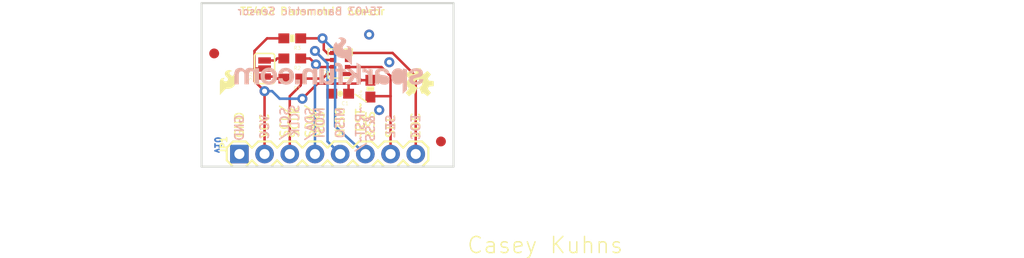
<source format=kicad_pcb>
(kicad_pcb (version 20211014) (generator pcbnew)
  (layers (0 "F.Cu" signal) (31 "B.Cu" signal) (34 "B.Paste" user) (35 "F.Paste" user) (36 "B.SilkS" user "B.Silkscreen") (37 "F.SilkS" user "F.Silkscreen") (38 "B.Mask" user) (39 "F.Mask" user) (44 "Edge.Cuts" user))
  (net 0 "")
  (net 1 "GND")
  (net 2 "SEL")
  (net 3 "EOC")
  (net 4 "~{RST}/&SS")
  (net 5 "MISO")
  (net 6 "SDA/MOSI")
  (net 7 "SCL/SCLK")
  (net 8 "VCC")
  (net 9 "N$1")
  (net 10 "N$2")
  (footprint "boardEagle:FIDUCIAL-1X2" (layer "F.Cu") (at 159.9311 110.7186)
    (fp_text reference "FID2" hide)
    (fp_text value "FIDUCIAL1X2" hide)
    (pad "1" smd roundrect (at 0 0) (size 1 1) (layers "F.Cu" "F.Mask") (roundrect_rratio 0.5))
  )
  (footprint "boardEagle:1X08" (layer "F.Cu") (at 139.6111 111.9886)
    (fp_text reference "JP1" (at -1.5748 0.0762 90) (layer "F.SilkS") (effects (font (size 0.64135 0.64135) (thickness 0.17145)) (justify left)))
    (fp_text value "")
    (fp_line (start 4.445 -1.27) (end 5.715 -1.27) (layer "F.SilkS") (width 0.2032))
    (fp_line (start 12.065 -1.27) (end 13.335 -1.27) (layer "F.SilkS") (width 0.2032))
    (fp_line (start 11.43 0.635) (end 10.795 1.27) (layer "F.SilkS") (width 0.2032))
    (fp_line (start 13.97 0.635) (end 13.335 1.27) (layer "F.SilkS") (width 0.2032))
    (fp_line (start 6.985 -1.27) (end 8.255 -1.27) (layer "F.SilkS") (width 0.2032))
    (fp_line (start 1.905 -1.27) (end 3.175 -1.27) (layer "F.SilkS") (width 0.2032))
    (fp_line (start 9.525 -1.27) (end 10.795 -1.27) (layer "F.SilkS") (width 0.2032))
    (fp_line (start -0.635 -1.27) (end -1.27 -0.635) (layer "F.SilkS") (width 0.2032))
    (fp_line (start 6.35 0.635) (end 5.715 1.27) (layer "F.SilkS") (width 0.2032))
    (fp_line (start 16.51 0.635) (end 15.875 1.27) (layer "F.SilkS") (width 0.2032))
    (fp_line (start 10.795 -1.27) (end 11.43 -0.635) (layer "F.SilkS") (width 0.2032))
    (fp_line (start 11.43 -0.635) (end 12.065 -1.27) (layer "F.SilkS") (width 0.2032))
    (fp_line (start 1.27 0.635) (end 0.635 1.27) (layer "F.SilkS") (width 0.2032))
    (fp_line (start -1.27 -0.635) (end -1.27 0.635) (layer "F.SilkS") (width 0.2032))
    (fp_line (start 3.175 -1.27) (end 3.81 -0.635) (layer "F.SilkS") (width 0.2032))
    (fp_line (start 0.635 -1.27) (end 1.27 -0.635) (layer "F.SilkS") (width 0.2032))
    (fp_line (start 19.05 -0.635) (end 19.05 0.635) (layer "F.SilkS") (width 0.2032))
    (fp_line (start 5.715 1.27) (end 4.445 1.27) (layer "F.SilkS") (width 0.2032))
    (fp_line (start 18.415 -1.27) (end 19.05 -0.635) (layer "F.SilkS") (width 0.2032))
    (fp_line (start 8.255 -1.27) (end 8.89 -0.635) (layer "F.SilkS") (width 0.2032))
    (fp_line (start 9.525 1.27) (end 8.89 0.635) (layer "F.SilkS") (width 0.2032))
    (fp_line (start 10.795 1.27) (end 9.525 1.27) (layer "F.SilkS") (width 0.2032))
    (fp_line (start 13.97 0.635) (end 14.605 1.27) (layer "F.SilkS") (width 0.2032))
    (fp_line (start 14.605 -1.27) (end 15.875 -1.27) (layer "F.SilkS") (width 0.2032))
    (fp_line (start 6.35 0.635) (end 6.985 1.27) (layer "F.SilkS") (width 0.2032))
    (fp_line (start 3.81 0.635) (end 3.175 1.27) (layer "F.SilkS") (width 0.2032))
    (fp_line (start 3.175 1.27) (end 1.905 1.27) (layer "F.SilkS") (width 0.2032))
    (fp_line (start 13.335 -1.27) (end 13.97 -0.635) (layer "F.SilkS") (width 0.2032))
    (fp_line (start 6.985 -1.27) (end 6.35 -0.635) (layer "F.SilkS") (width 0.2032))
    (fp_line (start 8.89 -0.635) (end 9.525 -1.27) (layer "F.SilkS") (width 0.2032))
    (fp_line (start 8.89 0.635) (end 8.255 1.27) (layer "F.SilkS") (width 0.2032))
    (fp_line (start 4.445 1.27) (end 3.81 0.635) (layer "F.SilkS") (width 0.2032))
    (fp_line (start 3.81 -0.635) (end 4.445 -1.27) (layer "F.SilkS") (width 0.2032))
    (fp_line (start 16.51 0.635) (end 17.145 1.27) (layer "F.SilkS") (width 0.2032))
    (fp_line (start 8.255 1.27) (end 6.985 1.27) (layer "F.SilkS") (width 0.2032))
    (fp_line (start -0.635 -1.27) (end 0.635 -1.27) (layer "F.SilkS") (width 0.2032))
    (fp_line (start 15.875 1.27) (end 14.605 1.27) (layer "F.SilkS") (width 0.2032))
    (fp_line (start 15.875 -1.27) (end 16.51 -0.635) (layer "F.SilkS") (width 0.2032))
    (fp_line (start 19.05 0.635) (end 18.415 1.27) (layer "F.SilkS") (width 0.2032))
    (fp_line (start 13.335 1.27) (end 12.065 1.27) (layer "F.SilkS") (width 0.2032))
    (fp_line (start 12.065 1.27) (end 11.43 0.635) (layer "F.SilkS") (width 0.2032))
    (fp_line (start 17.145 -1.27) (end 18.415 -1.27) (layer "F.SilkS") (width 0.2032))
    (fp_line (start 0.635 1.27) (end -0.635 1.27) (layer "F.SilkS") (width 0.2032))
    (fp_line (start 1.27 -0.635) (end 1.905 -1.27) (layer "F.SilkS") (width 0.2032))
    (fp_line (start 17.145 -1.27) (end 16.51 -0.635) (layer "F.SilkS") (width 0.2032))
    (fp_line (start 18.415 1.27) (end 17.145 1.27) (layer "F.SilkS") (width 0.2032))
    (fp_line (start 14.605 -1.27) (end 13.97 -0.635) (layer "F.SilkS") (width 0.2032))
    (fp_line (start -1.27 0.635) (end -0.635 1.27) (layer "F.SilkS") (width 0.2032))
    (fp_line (start 5.715 -1.27) (end 6.35 -0.635) (layer "F.SilkS") (width 0.2032))
    (fp_line (start 1.905 1.27) (end 1.27 0.635) (layer "F.SilkS") (width 0.2032))
    (pad "1" thru_hole rect (at 0 0 90) (size 1.8796 1.8796) (drill 1.016) (layers *.Cu *.Mask) (net 1 "GND"))
    (pad "2" thru_hole circle (at 2.54 0 90) (size 1.8796 1.8796) (drill 1.016) (layers *.Cu *.Mask) (net 8 "VCC"))
    (pad "3" thru_hole circle (at 5.08 0 90) (size 1.8796 1.8796) (drill 1.016) (layers *.Cu *.Mask) (net 7 "SCL/SCLK"))
    (pad "4" thru_hole circle (at 7.62 0 90) (size 1.8796 1.8796) (drill 1.016) (layers *.Cu *.Mask) (net 6 "SDA/MOSI"))
    (pad "5" thru_hole circle (at 10.16 0 90) (size 1.8796 1.8796) (drill 1.016) (layers *.Cu *.Mask) (net 5 "MISO"))
    (pad "6" thru_hole circle (at 12.7 0 90) (size 1.8796 1.8796) (drill 1.016) (layers *.Cu *.Mask) (net 4 "~{RST}/&SS"))
    (pad "7" thru_hole circle (at 15.24 0 90) (size 1.8796 1.8796) (drill 1.016) (layers *.Cu *.Mask) (net 2 "SEL"))
    (pad "8" thru_hole circle (at 17.78 0 90) (size 1.8796 1.8796) (drill 1.016) (layers *.Cu *.Mask) (net 3 "EOC"))
  )
  (footprint "boardEagle:STAND-OFF" (layer "F.Cu") (at 138.3411 99.2886)
    (fp_text reference "STANDOFF1" hide)
    (fp_text value "STAND-OFF" hide)
    (pad "" np_thru_hole circle (at 0 0) (size 3.302 3.302) (drill 3.302) (layers *.Cu *.Mask))
  )
  (footprint "boardEagle:0603" (layer "F.Cu") (at 144.9451 104.3686 180)
    (fp_text reference "R1" (at -0.889 -0.762 180) (layer "F.SilkS") (effects (font (size 0.373888 0.373888) (thickness 0.032512)) (justify right top)))
    (fp_text value "4.7k")
    (pad "1" smd rect (at -0.85 0 180) (size 1.1 1) (layers "F.Cu" "F.Paste" "F.Mask") (net 7 "SCL/SCLK"))
    (pad "2" smd rect (at 0.85 0 180) (size 1.1 1) (layers "F.Cu" "F.Paste" "F.Mask") (net 10 "N$2"))
  )
  (footprint "boardEagle:FIDUCIAL-1X2" (layer "F.Cu") (at 137.0711 101.8286)
    (fp_text reference "FID1" hide)
    (fp_text value "FIDUCIAL1X2" hide)
    (pad "1" smd roundrect (at 0 0) (size 1 1) (layers "F.Cu" "F.Mask") (roundrect_rratio 0.5))
  )
  (footprint "boardEagle:T5400" (layer "F.Cu") (at 149.7711 102.8446 90)
    (fp_text reference "U1" (at -1.27 -1.27 90) (layer "F.SilkS") (effects (font (size 0.36576 0.36576) (thickness 0.04064)) (justify left bottom)))
    (fp_text value "T5400")
    (fp_line (start 1.4662 1.216593) (end 0.8138 1.216593) (layer "F.SilkS") (width 0.127))
    (fp_line (start -1.4732 -1.2192) (end -0.8128 -1.2192) (layer "F.SilkS") (width 0.127))
    (fp_line (start 1.4662 1.216593) (end 1.4662 0.4372) (layer "F.SilkS") (width 0.127))
    (fp_line (start -1.466193 1.2166) (end -1.466193 0.4372) (layer "F.SilkS") (width 0.127))
    (fp_line (start 0.7874 -1.2192) (end 1.4732 -1.2192) (layer "F.SilkS") (width 0.127))
    (fp_line (start -1.4732 -1.2192) (end -1.4732 -0.1778) (layer "F.SilkS") (width 0.127))
    (fp_line (start 1.4732 -1.2192) (end 1.4732 -0.4318) (layer "F.SilkS") (width 0.127))
    (fp_line (start -1.466193 1.2166) (end -0.8138 1.2166) (layer "F.SilkS") (width 0.127))
    (pad "1" smd rect (at -1.065 0.625 90) (size 0.42 0.8) (layers "F.Cu" "F.Paste" "F.Mask") (net 8 "VCC"))
    (pad "2" smd rect (at -0.355 0.75 90) (size 0.42 0.55) (layers "F.Cu" "F.Paste" "F.Mask") (net 2 "SEL"))
    (pad "3" smd rect (at 0.355 0.75 90) (size 0.42 0.55) (layers "F.Cu" "F.Paste" "F.Mask") (net 1 "GND"))
    (pad "4" smd rect (at 1.065 0.75 90) (size 0.42 0.55) (layers "F.Cu" "F.Paste" "F.Mask") (net 3 "EOC"))
    (pad "5" smd rect (at 1.065 -0.75 90) (size 0.42 0.55) (layers "F.Cu" "F.Paste" "F.Mask") (net 4 "~{RST}/&SS"))
    (pad "6" smd rect (at 0.355 -0.75 90) (size 0.42 0.55) (layers "F.Cu" "F.Paste" "F.Mask") (net 5 "MISO"))
    (pad "7" smd rect (at -0.355 -0.75 90) (size 0.42 0.55) (layers "F.Cu" "F.Paste" "F.Mask") (net 6 "SDA/MOSI"))
    (pad "8" smd rect (at -1.065 -0.75 90) (size 0.42 0.55) (layers "F.Cu" "F.Paste" "F.Mask") (net 7 "SCL/SCLK"))
  )
  (footprint "boardEagle:SFE_LOGO_FLAME_.1" (layer "F.Cu") (at 137.3251 106.4006)
    (fp_text reference "LOGO3" hide)
    (fp_text value "SFE_LOGO_FLAME.1_INCH" hide)
    (fp_poly (pts (xy 1.4 -2.87) (xy 1.54 -2.8) (xy 1.58 -2.77) (xy 1.59 -2.76) (xy 1.58 -2.76) (xy 1.56 -2.77) (xy 1.5 -2.77) (xy 1.46 -2.76) (xy 1.41 -2.75) (xy 1.37 -2.73) (xy 1.33 -2.7) (xy 1.31 -2.67) (xy 1.3 -2.65) (xy 1.29 -2.62) (xy 1.29 -2.56) (xy 1.3 -2.52) (xy 1.34 -2.46) (xy 1.4 -2.4) (xy 1.44 -2.37) (xy 1.47 -2.35) (xy 1.51 -2.33) (xy 1.59 -2.31) (xy 1.62 -2.31) (xy 1.65 -2.32) (xy 1.68 -2.35) (xy 1.69 -2.37) (xy 1.7 -2.4) (xy 1.7 -2.49) (xy 1.78 -2.44) (xy 1.86 -2.35) (xy 1.93 -2.24) (xy 1.98 -2.09) (xy 2.01 -1.93) (xy 2 -1.76) (xy 1.95 -1.57) (xy 1.85 -1.39) (xy 1.78 -1.3) (xy 1.7 -1.22) (xy 1.62 -1.15) (xy 1.52 -1.09) (xy 1.42 -1.05) (xy 1.31 -1.02) (xy 1.19 -1) (xy 1 -1) (xy 0.94 -0.99) (xy 0.84 -0.93) (xy 0.74 -0.83) (xy 0.62 -0.69) (xy 0.5 -0.57) (xy 0.45 -0.51) (xy 0.4 -0.46) (xy 0.37 -0.41) (xy 0.32 -0.36) (xy 0.32 -1.73) (xy 0.33 -1.81) (xy 0.35 -1.88) (xy 0.41 -1.98) (xy 0.46 -2.02) (xy 0.5 -2.05) (xy 0.55 -2.07) (xy 0.6 -2.08) (xy 0.66 -2.09) (xy 0.78 -2.09) (xy 0.82 -2.07) (xy 0.81 -2.06) (xy 0.77 -2.04) (xy 0.74 -2.03) (xy 0.68 -1.97) (xy 0.67 -1.94) (xy 0.67 -1.9) (xy 0.68 -1.87) (xy 0.7 -1.84) (xy 0.76 -1.78) (xy 0.81 -1.76) (xy 0.86 -1.75) (xy 0.94 -1.75) (xy 1.02 -1.77) (xy 1.08 -1.81) (xy 1.12 -1.86) (xy 1.14 -1.92) (xy 1.14 -1.99) (xy 1.11 -2.07) (xy 1.04 -2.14) (xy 0.96 -2.23) (xy 0.89 -2.31) (xy 0.84 -2.4) (xy 0.82 -2.49) (xy 0.82 -2.57) (xy 0.85 -2.66) (xy 0.9 -2.74) (xy 0.99 -2.81) (xy 1.1 -2.87) (xy 1.21 -2.89) (xy 1.31 -2.89)) (layer "F.SilkS") (width 0) (fill solid))
  )
  (footprint "boardEagle:CREATIVE_COMMONS" (layer "F.Cu") (at 135.8011 122.1486)
    (fp_text reference "FRAME1" hide)
    (fp_text value "FRAME-LETTER" hide)
  )
  (footprint "boardEagle:OSHW-LOGO-S" (layer "F.Cu") (at 157.6451 104.8766)
    (fp_text reference "LOGO2" hide)
    (fp_text value "OSHW-LOGOS" hide)
    (fp_poly (pts (xy 0.301647 -1.061351) (xy 0.42347 -1.022344) (xy 0.537177 -0.963769) (xy 0.92862 -1.282946) (xy 1.282946 -0.92862) (xy 0.961035 -0.533823) (xy 1.057046 -0.302084) (xy 1.5638 -0.250561) (xy 1.5638 0.250561) (xy 1.057046 0.302084) (xy 0.961035 0.533823) (xy 1.282946 0.92862) (xy 0.92862 1.282946) (xy 0.537177 0.96377) (xy 0.356601 1.056794) (xy 0.088679 0.410073) (xy 0.326262 0.2176) (xy 0.373649 0.121468) (xy 0.392729 0.010339) (xy 0.379464 -0.101634) (xy 0.334947 -0.205229) (xy 0.262842 -0.291918) (xy 0.169087 -0.354561) (xy 0.061406 -0.387999) (xy -0.051342 -0.38948) (xy -0.159868 -0.358881) (xy -0.255234 -0.298724) (xy -0.329589 -0.213962) (xy -0.376813 -0.111569) (xy -0.392176 -0.005767) (xy -0.322923 0.222565) (xy -0.249312 0.303773) (xy 0.091677 0.5081) (xy -0.12929 0.5081) (xy -0.355332 1.053732) (xy -0.506597 0.983577) (xy -0.538922 0.965192) (xy -0.92862 1.282946) (xy -1.282946 0.92862) (xy -0.961035 0.533823) (xy -1.057046 0.302084) (xy -1.5638 0.250561) (xy -1.5638 -0.250561) (xy -1.057046 -0.302084) (xy -0.961035 -0.533823) (xy -1.282946 -0.92862) (xy -0.92862 -1.282946) (xy -0.533823 -0.961035) (xy -0.302084 -1.057046) (xy -0.250561 -1.5638) (xy 0.250561 -1.5638)) (layer "F.SilkS") (width 0) (fill solid))
  )
  (footprint "boardEagle:STAND-OFF" (layer "F.Cu") (at 158.6611 99.2886)
    (fp_text reference "STANDOFF2" hide)
    (fp_text value "STAND-OFF" hide)
    (pad "" np_thru_hole circle (at 0 0) (size 3.302 3.302) (drill 3.302) (layers *.Cu *.Mask))
  )
  (footprint "boardEagle:0603-CAP" (layer "F.Cu") (at 149.7711 105.8926 180)
    (fp_text reference "C1" (at -0.889 -0.762 180) (layer "F.SilkS") (effects (font (size 0.373888 0.373888) (thickness 0.032512)) (justify right top)))
    (fp_text value ".1uF")
    (fp_line (start 0 -0.0305) (end 0 0.0305) (layer "F.SilkS") (width 0.5588))
    (pad "1" smd rect (at -0.85 0 180) (size 1.1 1) (layers "F.Cu" "F.Paste" "F.Mask") (net 8 "VCC"))
    (pad "2" smd rect (at 0.85 0 180) (size 1.1 1) (layers "F.Cu" "F.Paste" "F.Mask") (net 1 "GND"))
  )
  (footprint "boardEagle:SJ_3_PASTE1&2&3" (layer "F.Cu") (at 142.1511 103.3526 90)
    (fp_text reference "SJ2" (at -1.27 -1.27 90) (layer "F.SilkS") (effects (font (size 0.373888 0.373888) (thickness 0.032512)) (justify left bottom)))
    (fp_text value "")
    (fp_line (start -1.524 0.762) (end -1.524 -0.762) (layer "F.SilkS") (width 0.1524))
    (fp_line (start 1.27 1.016) (end -1.27 1.016) (layer "F.SilkS") (width 0.1524))
    (fp_line (start -1.27 -1.016) (end 1.27 -1.016) (layer "F.SilkS") (width 0.1524))
    (fp_line (start 1.524 0.762) (end 1.524 -0.762) (layer "F.SilkS") (width 0.1524))
    (fp_arc (start -1.27 1.016) (mid -1.449605 0.941605) (end -1.524 0.762) (layer "F.SilkS") (width 0.1524))
    (fp_arc (start 1.524 0.762) (mid 1.449605 0.941605) (end 1.27 1.016) (layer "F.SilkS") (width 0.1524))
    (fp_arc (start 1.27 -1.016) (mid 1.449605 -0.941605) (end 1.524 -0.762) (layer "F.SilkS") (width 0.1524))
    (fp_arc (start -1.524 -0.762) (mid -1.449605 -0.941605) (end -1.27 -1.016) (layer "F.SilkS") (width 0.1524))
    (pad "1" smd rect (at -0.8128 0 90) (size 0.635 1.27) (layers "F.Cu" "F.Mask") (net 10 "N$2"))
    (pad "2" smd rect (at 0 0 90) (size 0.635 1.27) (layers "F.Cu" "F.Mask") (net 8 "VCC"))
    (pad "3" smd rect (at 0.8128 0 90) (size 0.635 1.27) (layers "F.Cu" "F.Mask") (net 9 "N$1"))
  )
  (footprint "boardEagle:0603-RES" (layer "F.Cu") (at 144.9451 100.3046 180)
    (fp_text reference "R3" (at -0.889 -0.762 180) (layer "F.SilkS") (effects (font (size 0.373888 0.373888) (thickness 0.032512)) (justify right top)))
    (fp_text value "10k")
    (fp_poly (pts (xy -0.2286 0.381) (xy 0.2286 0.381) (xy 0.2286 -0.381) (xy -0.2286 -0.381)) (layer "F.SilkS") (width 0) (fill solid))
    (pad "1" smd rect (at -0.85 0 180) (size 1.1 1) (layers "F.Cu" "F.Paste" "F.Mask") (net 4 "~{RST}/&SS"))
    (pad "2" smd rect (at 0.85 0 180) (size 1.1 1) (layers "F.Cu" "F.Paste" "F.Mask") (net 8 "VCC"))
  )
  (footprint "boardEagle:0603" (layer "F.Cu") (at 144.9451 102.3366 180)
    (fp_text reference "R2" (at -0.889 -0.762 180) (layer "F.SilkS") (effects (font (size 0.373888 0.373888) (thickness 0.032512)) (justify right top)))
    (fp_text value "4.7k")
    (pad "1" smd rect (at -0.85 0 180) (size 1.1 1) (layers "F.Cu" "F.Paste" "F.Mask") (net 6 "SDA/MOSI"))
    (pad "2" smd rect (at 0.85 0 180) (size 1.1 1) (layers "F.Cu" "F.Paste" "F.Mask") (net 9 "N$1"))
  )
  (footprint "boardEagle:0603-RES" (layer "F.Cu") (at 152.8191 105.3846 90)
    (fp_text reference "R4" (at -0.889 -0.762 90) (layer "F.SilkS") (effects (font (size 0.373888 0.373888) (thickness 0.032512)) (justify left bottom)))
    (fp_text value "10k")
    (fp_poly (pts (xy -0.2286 0.381) (xy 0.2286 0.381) (xy 0.2286 -0.381) (xy -0.2286 -0.381)) (layer "F.SilkS") (width 0) (fill solid))
    (pad "1" smd rect (at -0.85 0 90) (size 1.1 1) (layers "F.Cu" "F.Paste" "F.Mask") (net 2 "SEL"))
    (pad "2" smd rect (at 0.85 0 90) (size 1.1 1) (layers "F.Cu" "F.Paste" "F.Mask") (net 8 "VCC"))
  )
  (footprint "boardEagle:SFE-NEW-WEBLOGO" (layer "B.Cu") (at 158.1531 105.8926 180)
    (fp_text reference "LOGO1" hide)
    (fp_text value "LOGO-SFENEW" hide)
    (fp_line (start 11.1379 0.9449) (end 10.7163 0.9449) (layer "B.SilkS") (width 0.0254))
    (fp_line (start 15.5702 2.6137) (end 15.5854 2.6137) (layer "B.SilkS") (width 0.0254))
    (fp_line (start 10.7163 0.9449) (end 10.7163 2.5171) (layer "B.SilkS") (width 0.0254))
    (fp_line (start 12.1818 0.955) (end 11.7729 0.955) (layer "B.SilkS") (width 0.0254))
    (fp_line (start 11.1379 1.8136) (end 11.1379 0.9449) (layer "B.SilkS") (width 0.0254))
    (fp_line (start 11.1201 2.5171) (end 11.1201 2.2962) (layer "B.SilkS") (width 0.0254))
    (fp_line (start 15.5499 2.6137) (end 15.5499 2.2911) (layer "B.SilkS") (width 0.0254))
    (fp_line (start 11.7729 0.955) (end 11.7729 1.9202) (layer "B.SilkS") (width 0.0254))
    (fp_line (start 11.1201 2.2962) (end 11.1277 2.2962) (layer "B.SilkS") (width 0.0254))
    (fp_line (start 15.5499 2.2911) (end 15.527 2.2911) (layer "B.SilkS") (width 0.0254))
    (fp_line (start 12.1818 2.0091) (end 12.1818 0.955) (layer "B.SilkS") (width 0.0254))
    (fp_line (start 10.7163 2.5171) (end 11.1201 2.5171) (layer "B.SilkS") (width 0.0254))
    (fp_line (start 15.5702 2.2962) (end 15.5702 2.6137) (layer "B.SilkS") (width 0.0254))
    (fp_arc (start 14.7549 1.9507) (mid 14.737287 1.759061) (end 14.7523 1.5672) (layer "B.SilkS") (width 0.0254))
    (fp_arc (start 11.5976 2.2276) (mid 11.565101 2.235925) (end 11.5316 2.2377) (layer "B.SilkS") (width 0.0254))
    (fp_arc (start 15.428 1.2522) (mid 15.597525 1.230563) (end 15.7632 1.2725) (layer "B.SilkS") (width 0.0254))
    (fp_arc (start 12.1818 2.0091) (mid 12.172765 2.122002) (end 12.1488 2.2327) (layer "B.SilkS") (width 0.0254))
    (fp_arc (start 15.1689 1.8847) (mid 15.165026 1.761448) (end 15.1714 1.6383) (layer "B.SilkS") (width 0.0254))
    (fp_arc (start 11.4198 2.2327) (mid 11.334441 2.214452) (end 11.259799 2.1692) (layer "B.SilkS") (width 0.0254))
    (fp_arc (start 15.9868 1.7196) (mid 15.980368 1.846143) (end 15.9588 1.971) (layer "B.SilkS") (width 0.0254))
    (fp_arc (start 15.5499 2.6137) (mid 15.331296 2.577713) (end 15.1282 2.4892) (layer "B.SilkS") (width 0.0254))
    (fp_arc (start 11.2725 2.446) (mid 11.226399 2.404414) (end 11.1862 2.3571) (layer "B.SilkS") (width 0.0254))
    (fp_arc (start 11.7729 1.9202) (mid 11.758038 2.02962) (end 11.7145 2.1311) (layer "B.SilkS") (width 0.0254))
    (fp_arc (start 11.2598 2.1692) (mid 11.206137 2.110016) (end 11.1684 2.0396) (layer "B.SilkS") (width 0.0254))
    (fp_arc (start 12.0345 2.425699) (mid 11.911985 2.51116) (end 11.7678 2.5502) (layer "B.SilkS") (width 0.0254))
    (fp_arc (start 12.1488 2.232699) (mid 12.104013 2.336521) (end 12.0345 2.4257) (layer "B.SilkS") (width 0.0254))
    (fp_arc (start 11.1455 2.3038) (mid 11.152103 2.311188) (end 11.1582 2.319) (layer "B.SilkS") (width 0.0254))
    (fp_arc (start 16.317 1.3665) (mid 16.380488 1.583529) (end 16.4033 1.8085) (layer "B.SilkS") (width 0.0254))
    (fp_arc (start 16.4033 1.808499) (mid 16.333054 2.143404) (end 16.129 2.4181) (layer "B.SilkS") (width 0.0254))
    (fp_arc (start 15.24 1.4097) (mid 15.31871 1.3127) (end 15.428 1.2522) (layer "B.SilkS") (width 0.0254))
    (fp_arc (start 15.7632 1.2725) (mid 15.846801 1.329279) (end 15.908 1.4097) (layer "B.SilkS") (width 0.0254))
    (fp_arc (start 11.5672 2.5552) (mid 11.411238 2.523841) (end 11.2725 2.446) (layer "B.SilkS") (width 0.0254))
    (fp_arc (start 15.9588 1.971) (mid 15.910982 2.096372) (end 15.8318 2.2047) (layer "B.SilkS") (width 0.0254))
    (fp_arc (start 15.908 1.4097) (mid 15.966057 1.559906) (end 15.9868 1.7196) (layer "B.SilkS") (width 0.0254))
    (fp_arc (start 11.4198 2.2327) (mid 11.475702 2.235165) (end 11.5316 2.2377) (layer "B.SilkS") (width 0.0254))
    (fp_arc (start 11.1684 2.0396) (mid 11.146105 1.962214) (end 11.1379 1.8821) (layer "B.SilkS") (width 0.0254))
    (fp_arc (start 16.129 2.4181) (mid 15.978822 2.520652) (end 15.809 2.5857) (layer "B.SilkS") (width 0.0254))
    (fp_arc (start 11.7678 2.5502) (mid 11.667584 2.556058) (end 11.5672 2.5552) (layer "B.SilkS") (width 0.0254))
    (fp_arc (start 14.9911 1.1201) (mid 15.249615 0.972855) (end 15.5423 0.9195) (layer "B.SilkS") (width 0.0254))
    (fp_arc (start 15.2781 2.1692) (mid 15.20247 2.035022) (end 15.168899 1.8847) (layer "B.SilkS") (width 0.0254))
    (fp_arc (start 11.1379 1.8821) (mid 11.137681 1.84785) (end 11.1379 1.8136) (layer "B.SilkS") (width 0.0254))
    (fp_arc (start 14.8615 1.27) (mid 14.919858 1.189481) (end 14.9911 1.1201) (layer "B.SilkS") (width 0.0254))
    (fp_arc (start 15.9029 0.9754) (mid 16.153433 1.12491) (end 16.317 1.3665) (layer "B.SilkS") (width 0.0254))
    (fp_arc (start 15.809 2.5857) (mid 15.698073 2.606673) (end 15.5854 2.6137) (layer "B.SilkS") (width 0.0254))
    (fp_arc (start 15.128201 2.4892) (mid 14.882786 2.260687) (end 14.7549 1.9507) (layer "B.SilkS") (width 0.0254))
    (fp_arc (start 14.7523 1.5672) (mid 14.792796 1.413418) (end 14.8615 1.27) (layer "B.SilkS") (width 0.0254))
    (fp_arc (start 11.7145 2.1311) (mid 11.664346 2.1894) (end 11.5976 2.2276) (layer "B.SilkS") (width 0.0254))
    (fp_arc (start 11.1862 2.3571) (mid 11.172158 2.338081) (end 11.1582 2.319) (layer "B.SilkS") (width 0.0254))
    (fp_arc (start 15.7277 2.2708) (mid 15.650001 2.290018) (end 15.5702 2.2962) (layer "B.SilkS") (width 0.0254))
    (fp_arc (start 15.5423 0.9195) (mid 15.724919 0.932492) (end 15.9029 0.9754) (layer "B.SilkS") (width 0.0254))
    (fp_arc (start 11.1277 2.2962) (mid 11.137379 2.298176) (end 11.1455 2.3038) (layer "B.SilkS") (width 0.0254))
    (fp_arc (start 15.8318 2.2047) (mid 15.783745 2.244042) (end 15.7277 2.2708) (layer "B.SilkS") (width 0.0254))
    (fp_arc (start 15.527 2.2911) (mid 15.388433 2.258974) (end 15.278099 2.1692) (layer "B.SilkS") (width 0.0254))
    (fp_arc (start 15.1714 1.6383) (mid 15.194331 1.520588) (end 15.24 1.4097) (layer "B.SilkS") (width 0.0254))
    (fp_poly (pts (xy 12.4257 0.9449) (xy 12.921 0.9449) (xy 12.921 1.43) (xy 12.4257 1.43)) (layer "B.SilkS") (width 0) (fill solid))
    (fp_poly (pts (xy 8.337002 5.691103) (xy 8.426449 5.668729) (xy 8.439477 5.663683) (xy 8.451149 5.657775) (xy 8.46786 5.649476) (xy 8.486552 5.642734) (xy 8.582694 5.5855) (xy 8.5903 5.5855) (xy 8.5903 5.5601) (xy 8.517833 5.5601) (xy 8.419418 5.540814) (xy 8.285855 5.378186) (xy 8.290365 5.319725) (xy 8.33909 5.224769) (xy 8.415666 5.148096) (xy 8.505069 5.083538) (xy 8.580348 5.051724) (xy 8.661737 5.054532) (xy 8.669864 5.057086) (xy 8.677257 5.060289) (xy 8.741514 5.119856) (xy 8.7478 5.142712) (xy 8.7478 5.260838) (xy 8.974707 5.031027) (xy 9.079186 4.739741) (xy 9.082603 4.739794) (xy 9.08906 4.533335) (xy 9.059857 4.34032) (xy 8.996308 4.155742) (xy 8.8773 3.944478) (xy 8.8773 3.963481) (xy 8.589131 3.69191) (xy 8.193239 3.5814) (xy 7.964005 3.5814) (xy 7.927201 3.574946) (xy 7.892776 3.562492) (xy 7.707322 3.424684) (xy 7.1984 2.85199) (xy 7.1984 4.40367) (xy 7.271004 4.644867) (xy 7.379295 4.748389) (xy 7.518122 4.800422) (xy 7.6149 4.807989) (xy 7.710384 4.800523) (xy 7.77091 4.790999) (xy 7.768788 4.767333) (xy 7.733216 4.768142) (xy 7.712784 4.759041) (xy 7.631519 4.700054) (xy 7.611722 4.67357) (xy 7.601395 4.6114) (xy 7.611905 4.548129) (xy 7.632405 4.508074) (xy 7.663343 4.475585) (xy 7.757535 4.42645) (xy 7.863229 4.414642) (xy 7.953768 4.432984) (xy 8.03522 4.472556) (xy 8.13303 4.637559) (xy 8.118706 4.731744) (xy 8.061914 4.813301) (xy 7.795707 5.146137) (xy 7.772667 5.393755) (xy 7.838495 5.504456) (xy 7.840042 5.506003) (xy 7.989901 5.63002) (xy 8.243676 5.699964)) (layer "B.SilkS") (width 0) (fill solid))
    (fp_poly (pts (xy 2.834651 2.506079) (xy 2.92707 2.450683) (xy 3.011605 2.383731) (xy 3.1267 2.221709) (xy 3.1267 2.263503) (xy 3.219434 1.972794) (xy 3.236098 1.526727) (xy 3.068933 1.135798) (xy 2.975978 1.041462) (xy 2.864973 0.970996) (xy 2.740356 0.92713) (xy 2.372489 0.922) (xy 2.370226 0.922) (xy 2.254471 0.962806) (xy 2.0828 1.127587) (xy 2.0828 -0.010757) (xy 1.6434 0.385552) (xy 1.6434 2.45912) (xy 2.057593 2.537568) (xy 2.055012 2.330538) (xy 2.068304 2.345345) (xy 2.15812 2.442839) (xy 2.234107 2.497896) (xy 2.368681 2.552194) (xy 2.419192 2.562883) (xy 2.620347 2.565422)) (layer "B.SilkS") (width 0) (fill solid))
    (fp_poly (pts (xy 15.5499 2.609649) (xy 15.5499 2.29782) (xy 15.429469 2.281338) (xy 15.314616 2.217851) (xy 15.23586 2.109416) (xy 15.196312 2.020604) (xy 15.168868 1.873153) (xy 15.163824 1.687316) (xy 15.181322 1.562471) (xy 15.218744 1.447652) (xy 15.272523 1.345) (xy 15.437302 1.244156) (xy 15.6121 1.221967) (xy 15.787119 1.281181) (xy 15.894998 1.379217) (xy 15.949332 1.500229) (xy 15.9868 1.655017) (xy 15.9868 1.797481) (xy 15.961756 1.990339) (xy 15.88736 2.151531) (xy 15.803924 2.232457) (xy 15.708711 2.283762) (xy 15.58997 2.2936) (xy 15.567485 2.2936) (xy 15.57294 2.617878) (xy 15.788992 2.590535) (xy 15.954486 2.53364) (xy 16.155367 2.394616) (xy 16.266844 2.264968) (xy 16.37246 2.027864) (xy 16.400898 1.805948) (xy 16.375193 1.592623) (xy 16.305839 1.343513) (xy 16.222719 1.211114) (xy 16.101494 1.095067) (xy 15.987532 1.014773) (xy 15.799031 0.950211) (xy 15.544583 0.924513) (xy 15.240687 0.965682) (xy 14.951456 1.146439) (xy 14.788469 1.399985) (xy 14.726674 1.793647) (xy 14.809154 2.154405) (xy 15.026083 2.4307) (xy 15.368412 2.600648) (xy 15.51864 2.6187) (xy 15.52691 2.6187)) (layer "B.SilkS") (width 0) (fill solid))
    (fp_poly (pts (xy 9.4234 1.520809) (xy 9.472888 1.359974) (xy 9.516069 1.308185) (xy 9.573108 1.271734) (xy 9.714103 1.241374) (xy 9.853529 1.268908) (xy 10.003067 1.442966) (xy 10.033 1.684784) (xy 10.033 2.5273) (xy 10.48 2.5273) (xy 10.48 0.9398) (xy 10.0533 0.9398) (xy 10.0533 1.159713) (xy 9.961626 1.051965) (xy 9.823848 0.946774) (xy 9.797269 0.933513) (xy 9.76873 0.924761) (xy 9.46843 0.899096) (xy 9.311419 0.929258) (xy 9.173895 1.0008) (xy 9.172522 1.0008) (xy 9.155194 1.014756) (xy 9.141833 1.028106) (xy 9.055991 1.150842) (xy 9.0022 1.291099) (xy 8.984 1.439423) (xy 8.984 2.5324) (xy 9.4234 2.5324)) (layer "B.SilkS") (width 0) (fill solid))
    (fp_poly (pts (xy 17.714962 2.583496) (xy 17.714669 2.58013) (xy 17.812284 2.526288) (xy 17.900302 2.442716) (xy 17.956995 2.351455) (xy 17.961394 2.355854) (xy 18.007182 2.404147) (xy 18.086856 2.480888) (xy 18.177617 2.546023) (xy 18.30384 2.60027) (xy 18.440544 2.616304) (xy 18.698981 2.580082) (xy 18.93345 2.426436) (xy 19.05 2.112985) (xy 19.05 0.9398) (xy 18.6004 0.9398) (xy 18.6004 1.979658) (xy 18.558302 2.150487) (xy 18.49797 2.220003) (xy 18.412014 2.255689) (xy 18.322362 2.262413) (xy 18.233537 2.253336) (xy 18.121633 2.190061) (xy 18.068614 2.109201) (xy 18.041426 2.014408) (xy 18.036069 1.960144) (xy 18.034 1.904767) (xy 18.034 0.9398) (xy 17.5768 0.9398) (xy 17.5768 2.006808) (xy 17.507834 2.191589) (xy 17.433119 2.246143) (xy 17.339789 2.26304) (xy 17.298061 2.260863) (xy 17.256145 2.258198) (xy 17.19103 2.2421) (xy 17.135402 2.205103) (xy 17.092564 2.160343) (xy 17.055171 2.112821) (xy 17.0155 1.934108) (xy 17.0155 0.9423) (xy 16.5583 0.9423) (xy 16.5583 2.573) (xy 16.9824 2.573) (xy 16.9824 2.355139) (xy 16.985319 2.355789) (xy 17.015959 2.3959) (xy 17.093229 2.475705) (xy 17.171263 2.538367) (xy 17.262579 2.579887) (xy 17.318155 2.59498) (xy 17.374103 2.605849) (xy 17.443329 2.614463) (xy 17.514022 2.618767)) (layer "B.SilkS") (width 0) (fill solid))
    (fp_poly (pts (xy 14.181776 2.563159) (xy 14.181555 2.560669) (xy 14.327447 2.496725) (xy 14.547848 2.246517) (xy 14.619242 1.9914) (xy 14.1707 1.9914) (xy 14.1707 2.005388) (xy 14.15242 2.10038) (xy 14.100807 2.180729) (xy 14.023181 2.236025) (xy 13.860405 2.2706) (xy 13.694207 2.245798) (xy 13.653262 2.227396) (xy 13.618712 2.198612) (xy 13.531409 2.074936) (xy 13.459735 1.779947) (xy 13.507258 1.471936) (xy 13.55233 1.379537) (xy 13.718934 1.256376) (xy 13.795519 1.238584) (xy 13.875272 1.234455) (xy 13.963395 1.249226) (xy 14.044683 1.286045) (xy 14.088707 1.320383) (xy 14.123821 1.362695) (xy 14.191983 1.5646) (xy 14.6202 1.5646) (xy 14.6202 1.546046) (xy 14.607183 1.4497) (xy 14.551954 1.307962) (xy 14.468685 1.180108) (xy 14.234909 0.989147) (xy 13.88734 0.904104) (xy 13.726062 0.914148) (xy 13.567886 0.942693) (xy 13.423659 0.994928) (xy 13.188191 1.185237) (xy 13.098694 1.32648) (xy 13.017451 1.644495) (xy 13.0251 1.894992) (xy 13.0251 1.896181) (xy 13.064859 2.076939) (xy 13.14486 2.243932) (xy 13.26133 2.388842) (xy 13.574558 2.580191) (xy 13.883988 2.616332)) (layer "B.SilkS") (width 0) (fill solid))
    (fp_poly (pts (xy 11.770768 2.56283) (xy 12.043428 2.435548) (xy 12.160999 2.237024) (xy 12.1945 2.010032) (xy 12.1945 0.9423) (xy 11.7602 0.9423) (xy 11.7602 1.918474) (xy 11.70302 2.124971) (xy 11.656141 2.179464) (xy 11.593345 2.215403) (xy 11.53092 2.224956) (xy 11.476269 2.222478) (xy 11.422495 2.220106) (xy 11.268 2.158791) (xy 11.18035 2.034508) (xy 11.1506 1.880883) (xy 11.1506 0.9322) (xy 10.7036 0.9322) (xy 10.7036 2.5298) (xy 11.1328 2.5298) (xy 11.1328 2.310454) (xy 11.136857 2.313263) (xy 11.148195 2.326834) (xy 11.161924 2.345602) (xy 11.176241 2.364992) (xy 11.217267 2.413279) (xy 11.265048 2.456381) (xy 11.406772 2.535896) (xy 11.566093 2.567932)) (layer "B.SilkS") (width 0) (fill solid))
    (fp_poly (pts (xy 0.803285 2.567895) (xy 0.944243 2.553799) (xy 1.081508 2.516334) (xy 1.193542 2.461399) (xy 1.291841 2.383865) (xy 1.357039 2.297824) (xy 1.377068 2.257603) (xy 1.393653 2.216867) (xy 1.417283 2.151914) (xy 1.353784 2.105111) (xy 1.152335 2.254241) (xy 0.736496 2.387002) (xy 0.372563 2.277101) (xy 0.417885 2.019712) (xy 1.241556 1.540676) (xy 1.263422 1.497067) (xy 1.147655 1.152457) (xy 0.724605 1.058492) (xy -0.038666 1.4605) (xy 0.4115 1.4605) (xy 0.4115 1.443466) (xy 0.420402 1.369907) (xy 0.454647 1.305856) (xy 0.524204 1.243359) (xy 0.610838 1.206018) (xy 0.637726 1.200933) (xy 0.665996 1.198897) (xy 0.7328 1.198389) (xy 0.79791 1.198884) (xy 0.968129 1.258019) (xy 1.007666 1.302193) (xy 1.028603 1.358428) (xy 1.025789 1.425439) (xy 0.995864 1.485288) (xy 0.943734 1.527918) (xy 0.715431 1.605731) (xy 0.533161 1.644154) (xy 0.351479 1.692254) (xy 0.230117 1.743632) (xy 0.122357 1.822697) (xy 0.0457 1.960096) (xy 0.0457 1.963141) (xy 0.038572 2.135467) (xy 0.0838 2.300409) (xy 0.0838 2.303445) (xy 0.206233 2.444416) (xy 0.620397 2.567885) (xy 0.71245 2.568634)) (layer "B.SilkS") (width 0) (fill solid))
    (fp_poly (pts (xy 6.1316 2.557116) (xy 6.1316 2.1463) (xy 6.115783 2.1463) (xy 6.10653 2.147054) (xy 6.097893 2.149211) (xy 6.068387 2.157247) (xy 6.038922 2.161538) (xy 5.96265 2.16474) (xy 5.887609 2.16159) (xy 5.731931 2.107297) (xy 5.637642 2.018651) (xy 5.577302 1.903423) (xy 5.5499 1.736362) (xy 5.5499 0.9423) (xy 5.107878 0.9423) (xy 5.110519 2.454146) (xy 5.522 2.527255) (xy 5.522 2.234211) (xy 5.526569 2.235704) (xy 5.544428 2.262537) (xy 5.578841 2.314524) (xy 5.613758 2.367854) (xy 5.686736 2.438162) (xy 5.778008 2.498223) (xy 5.979984 2.565515)) (layer "B.SilkS") (width 0) (fill solid))
    (fp_poly (pts (xy 6.7335 1.97376) (xy 7.284539 2.5248) (xy 7.78835 2.5248) (xy 7.197009 1.946483) (xy 7.869909 0.937183) (xy 7.330929 0.939835) (xy 6.903958 1.643716) (xy 6.7386 1.483032) (xy 6.7386 0.9296) (xy 6.306639 0.9296) (xy 6.2941 0.942139) (xy 6.2941 2.887776) (xy 6.7335 3.138467)) (layer "B.SilkS") (width 0) (fill solid))
    (fp_poly (pts (xy 4.444983 2.544915) (xy 4.588724 2.501712) (xy 4.72259 2.430523) (xy 4.844814 2.271666) (xy 4.859671 2.1819) (xy 4.8616 2.1819) (xy 4.8616 1.6891) (xy 4.864173 1.6891) (xy 4.861603 1.242544) (xy 4.871819 1.108765) (xy 4.906709 0.979276) (xy 4.920484 0.9423) (xy 4.495275 0.9423) (xy 4.477494 0.951279) (xy 4.472002 0.970735) (xy 4.468249 0.985133) (xy 4.446292 1.084946) (xy 4.440321 1.089528) (xy 4.438946 1.088886) (xy 4.309064 0.98859) (xy 4.153188 0.927249) (xy 3.824183 0.906712) (xy 3.683825 0.938256) (xy 3.554173 1.000134) (xy 3.486826 1.05665) (xy 3.437273 1.130532) (xy 3.3807 1.444163) (xy 3.3807 1.446675) (xy 3.401941 1.543624) (xy 3.446308 1.632822) (xy 3.527788 1.722902) (xy 3.632416 1.784766) (xy 3.937258 1.861632) (xy 4.048648 1.873601) (xy 4.159032 1.884616) (xy 4.224808 1.893434) (xy 4.289167 1.907055) (xy 4.336271 1.923637) (xy 4.379043 1.948303) (xy 4.407461 1.974391) (xy 4.413402 1.982997) (xy 4.4171 1.991455) (xy 4.4171 2.14983) (xy 4.358226 2.232254) (xy 4.254396 2.270917) (xy 4.188033 2.274326) (xy 4.120968 2.275774) (xy 4.006679 2.25395) (xy 3.883049 2.131716) (xy 3.8659 2.045941) (xy 3.8659 2.0295) (xy 3.429 2.0295) (xy 3.429 2.040006) (xy 3.418965 2.041638) (xy 3.439259 2.166448) (xy 3.491292 2.283494) (xy 3.571378 2.383462) (xy 3.674008 2.459597) (xy 3.791998 2.513469) (xy 3.916944 2.547448) (xy 4.18103 2.571338)) (layer "B.SilkS") (width 0) (fill solid))
    (fp_poly (pts (xy 1.201557 2.290098) (xy 1.414074 2.156268) (xy 1.42383 2.065) (xy 1.01008 2.065) (xy 1.00135 2.126336) (xy 0.936084 2.220524) (xy 0.871818 2.257603) (xy 0.798545 2.2758) (xy 0.628591 2.2758) (xy 0.583991 2.267366) (xy 0.541641 2.251683) (xy 0.51157 2.232098) (xy 0.488615 2.205726) (xy 0.469153 2.152745) (xy 0.474605 2.097619) (xy 0.521549 2.031824) (xy 0.664468 1.962838) (xy 0.866638 1.922444) (xy 1.206678 1.822687) (xy 1.354318 1.729494) (xy 1.389578 1.692366) (xy 1.416579 1.648151) (xy 1.460229 1.440208) (xy 1.447804 1.4376) (xy 1.460484 1.436955) (xy 1.457817 1.384541) (xy 1.452657 1.33034) (xy 1.371775 1.140043) (xy 1.14885 0.969822) (xy 1.013381 0.927267) (xy 0.74708 0.904177) (xy 0.617383 0.909691) (xy 0.487493 0.922202) (xy 0.306845 0.984179) (xy 0.185213 1.061804) (xy 0.109225 1.132023) (xy 0.056988 1.2215) (xy 0.013059 1.350644) (xy 0.002577 1.410659) (xy -0.00152 1.469003) (xy 0.738195 1.10308) (xy 1.120535 1.189415) (xy 1.224069 1.497645) (xy 0.809011 1.723764) (xy 0.364394 1.98847) (xy 0.308075 2.310537) (xy 0.741882 2.423672)) (layer "B.SilkS") (width 0) (fill solid))
    (fp_poly (pts (xy 8.809435 3.119895) (xy 8.875117 3.1166) (xy 8.89 3.1166) (xy 8.89 2.7889) (xy 8.869112 2.7889) (xy 8.841108 2.7915) (xy 8.660351 2.7915) (xy 8.587936 2.740064) (xy 8.571192 2.699602) (xy 8.5649 2.653436) (xy 8.5649 2.5273) (xy 8.8621 2.5273) (xy 8.8621 2.2352) (xy 8.5623 2.2352) (xy 8.5623 0.9322) (xy 8.1204 0.9322) (xy 8.1204 2.232779) (xy 7.70383 2.235391) (xy 7.995739 2.5273) (xy 8.1255 2.5273) (xy 8.1255 2.560826) (xy 8.143432 2.77702) (xy 8.219199 2.938937) (xy 8.324367 3.032939) (xy 8.449534 3.095959) (xy 8.586403 3.1242) (xy 8.743112 3.1242)) (layer "B.SilkS") (width 0) (fill solid))
  )
  (gr_line (start 161.2011 96.7486) (end 135.8011 96.7486) (layer "Edge.Cuts") (width 0.2032))
  (gr_line (start 135.8011 113.2586) (end 161.2011 113.2586) (layer "Edge.Cuts") (width 0.2032))
  (gr_line (start 135.8011 96.7486) (end 135.8011 113.2586) (layer "Edge.Cuts") (width 0.2032))
  (gr_line (start 161.2011 113.2586) (end 161.2011 96.7486) (layer "Edge.Cuts") (width 0.2032))
  (gr_text "v10" (at 137.0711 111.9886 -90) (layer "B.Cu") (effects (font (size 0.6096 0.6096) (thickness 0.2032)) (justify left bottom mirror)))
  (gr_text "T5403 Barometric Sensor" (at 139.3571 97.1296) (layer "B.SilkS") (effects (font (size 0.75565 0.75565) (thickness 0.13335)) (justify right top mirror)))
  (gr_text "SCL/" (at 144.1831 107.1626 -270) (layer "B.SilkS") (effects (font (size 0.8636 0.8636) (thickness 0.1524)) (justify left mirror)))
  (gr_text "&SS" (at 152.8191 107.9246 -270) (layer "B.SilkS") (effects (font (size 0.8636 0.8636) (thickness 0.1524)) (justify left mirror)))
  (gr_text "~RST~/" (at 151.8031 107.1626 -270) (layer "B.SilkS") (effects (font (size 0.8636 0.8636) (thickness 0.1524)) (justify left mirror)))
  (gr_text "SEL" (at 154.8511 107.9246 -270) (layer "B.SilkS") (effects (font (size 0.8636 0.8636) (thickness 0.1524)) (justify left mirror)))
  (gr_text "SDA/" (at 146.7231 107.1626 -270) (layer "B.SilkS") (effects (font (size 0.8636 0.8636) (thickness 0.1524)) (justify left mirror)))
  (gr_text "GND" (at 139.6111 107.9246 -270) (layer "B.SilkS") (effects (font (size 0.8636 0.8636) (thickness 0.1524)) (justify left mirror)))
  (gr_text "MISO" (at 149.7711 107.1626 -270) (layer "B.SilkS") (effects (font (size 0.8636 0.8636) (thickness 0.1524)) (justify left mirror)))
  (gr_text "EOC" (at 157.3911 107.9246 -270) (layer "B.SilkS") (effects (font (size 0.8636 0.8636) (thickness 0.1524)) (justify left mirror)))
  (gr_text "VCC" (at 142.1511 107.9246 -270) (layer "B.SilkS") (effects (font (size 0.8636 0.8636) (thickness 0.1524)) (justify left mirror)))
  (gr_text "SCLK" (at 145.1991 106.9086 -270) (layer "B.SilkS") (effects (font (size 0.8636 0.8636) (thickness 0.1524)) (justify left mirror)))
  (gr_text "MOSI" (at 147.7391 107.1626 -270) (layer "B.SilkS") (effects (font (size 0.8636 0.8636) (thickness 0.1524)) (justify left mirror)))
  (gr_text "T5403 Barometric Sensor" (at 139.6111 98.0186) (layer "F.SilkS") (effects (font (size 0.75565 0.75565) (thickness 0.13335)) (justify left bottom)))
  (gr_text "Casey Kuhns" (at 162.4711 122.1486) (layer "F.SilkS") (effects (font (size 1.63576 1.63576) (thickness 0.14224)) (justify left bottom)))
  (gr_text "MOSI" (at 147.7391 110.4646 90) (layer "F.SilkS") (effects (font (size 0.8636 0.8636) (thickness 0.1524)) (justify left)))
  (gr_text "&SS" (at 152.8191 110.4646 90) (layer "F.SilkS") (effects (font (size 0.8636 0.8636) (thickness 0.1524)) (justify left)))
  (gr_text "SCLK" (at 145.1991 110.4646 90) (layer "F.SilkS") (effects (font (size 0.8636 0.8636) (thickness 0.1524)) (justify left)))
  (gr_text "VCC" (at 142.1511 110.4646 90) (layer "F.SilkS") (effects (font (size 0.8636 0.8636) (thickness 0.1524)) (justify left)))
  (gr_text "MISO" (at 149.7711 110.4646 90) (layer "F.SilkS") (effects (font (size 0.8636 0.8636) (thickness 0.1524)) (justify left)))
  (gr_text "GND" (at 139.6111 110.4646 90) (layer "F.SilkS") (effects (font (size 0.8636 0.8636) (thickness 0.1524)) (justify left)))
  (gr_text "SCL/" (at 144.1831 110.4646 90) (layer "F.SilkS") (effects (font (size 0.8636 0.8636) (thickness 0.1524)) (justify left)))
  (gr_text "SEL" (at 154.8511 110.4646 90) (layer "F.SilkS") (effects (font (size 0.8636 0.8636) (thickness 0.1524)) (justify left)))
  (gr_text "~RST~/" (at 151.8031 110.4646 90) (layer "F.SilkS") (effects (font (size 0.8636 0.8636) (thickness 0.1524)) (justify left)))
  (gr_text "SDA/" (at 146.7231 110.4646 90) (layer "F.SilkS") (effects (font (size 0.8636 0.8636) (thickness 0.1524)) (justify left)))
  (gr_text "EOC" (at 157.3911 110.4646 90) (layer "F.SilkS") (effects (font (size 0.8636 0.8636) (thickness 0.1524)) (justify left)))
  (via (at 153.7081 107.5436) (size 1.016) (drill 0.508) (layers "F.Cu" "B.Cu") (net 1))
  (via (at 154.7241 102.7176) (size 1.016) (drill 0.508) (layers "F.Cu" "B.Cu") (net 1))
  (via (at 152.6921 99.9236) (size 1.016) (drill 0.508) (layers "F.Cu" "B.Cu") (net 1))
  (segment (start 152.8191 106.1466) (end 154.8511 106.1466) (width 0.254) (layer "F.Cu") (net 2))
  (segment (start 154.8511 106.1466) (end 154.8511 111.9886) (width 0.254) (layer "F.Cu") (net 2))
  (segment (start 153.9361 103.1996) (end 154.8511 104.1146) (width 0.254) (layer "F.Cu") (net 2))
  (segment (start 150.5211 103.1996) (end 153.9361 103.1996) (width 0.254) (layer "F.Cu") (net 2))
  (segment (start 154.8511 104.1146) (end 154.8511 106.1466) (width 0.254) (layer "F.Cu") (net 2))
  (segment (start 152.8191 106.2346) (end 152.8191 106.1466) (width 0.254) (layer "F.Cu") (net 2))
  (segment (start 157.3911 104.1146) (end 157.3911 111.9886) (width 0.254) (layer "F.Cu") (net 3))
  (segment (start 155.0561 101.7796) (end 157.3911 104.1146) (width 0.254) (layer "F.Cu") (net 3))
  (segment (start 150.5211 101.7796) (end 155.0561 101.7796) (width 0.254) (layer "F.Cu") (net 3))
  (segment (start 148.1201 101.4476) (end 148.1201 100.4316) (width 0.254) (layer "F.Cu") (net 4))
  (segment (start 148.5011 101.8286) (end 148.1201 101.4476) (width 0.254) (layer "F.Cu") (net 4))
  (segment (start 149.0211 101.7796) (end 148.9721 101.8286) (width 0.254) (layer "F.Cu") (net 4))
  (segment (start 148.9721 101.8286) (end 148.5011 101.8286) (width 0.254) (layer "F.Cu") (net 4))
  (segment (start 148.1201 100.4316) (end 147.9931 100.3046) (width 0.254) (layer "F.Cu") (net 4))
  (segment (start 145.7951 100.3046) (end 147.9931 100.3046) (width 0.254) (layer "F.Cu") (net 4))
  (via (at 147.9931 100.3046) (size 1.016) (drill 0.508) (layers "F.Cu" "B.Cu") (net 4))
  (segment (start 147.9931 100.3046) (end 149.2631 101.5746) (width 0.254) (layer "B.Cu") (net 4))
  (segment (start 149.2631 101.5746) (end 149.2631 109.1946) (width 0.254) (layer "B.Cu") (net 4))
  (segment (start 149.2631 109.1946) (end 152.3111 111.9886) (width 0.254) (layer "B.Cu") (net 4))
  (segment (start 149.0211 102.4896) (end 148.1461 102.4896) (width 0.254) (layer "F.Cu") (net 5))
  (segment (start 148.1461 102.4896) (end 147.2311 101.5746) (width 0.254) (layer "F.Cu") (net 5))
  (via (at 147.2311 101.5746) (size 1.016) (drill 0.508) (layers "F.Cu" "B.Cu") (net 5))
  (segment (start 148.5011 102.8446) (end 148.5011 110.7186) (width 0.254) (layer "B.Cu") (net 5))
  (segment (start 148.5011 110.7186) (end 149.7711 111.9886) (width 0.254) (layer "B.Cu") (net 5))
  (segment (start 147.2311 101.5746) (end 148.5011 102.8446) (width 0.254) (layer "B.Cu") (net 5))
  (segment (start 145.7951 102.3366) (end 146.7231 102.3366) (width 0.254) (layer "F.Cu") (net 6))
  (segment (start 149.0211 103.1996) (end 147.5861 103.1996) (width 0.254) (layer "F.Cu") (net 6))
  (segment (start 147.5861 103.1996) (end 147.3321 102.9456) (width 0.254) (layer "F.Cu") (net 6))
  (segment (start 146.7231 102.3366) (end 147.3321 102.9456) (width 0.254) (layer "F.Cu") (net 6))
  (via (at 147.3321 102.9456) (size 1.016) (drill 0.508) (layers "F.Cu" "B.Cu") (net 6))
  (segment (start 147.3321 102.9456) (end 147.2311 102.8446) (width 0.254) (layer "B.Cu") (net 6))
  (segment (start 147.2311 111.9886) (end 147.2311 102.8446) (width 0.254) (layer "B.Cu") (net 6))
  (segment (start 145.7951 104.3686) (end 147.9931 104.3686) (width 0.254) (layer "F.Cu") (net 7))
  (segment (start 144.6911 106.1466) (end 145.7951 105.0426) (width 0.254) (layer "F.Cu") (net 7))
  (segment (start 145.7951 104.3686) (end 145.7951 105.0426) (width 0.254) (layer "F.Cu") (net 7))
  (segment (start 149.0211 103.9096) (end 148.4521 103.9096) (width 0.254) (layer "F.Cu") (net 7))
  (segment (start 144.6911 111.9886) (end 144.6911 106.1466) (width 0.254) (layer "F.Cu") (net 7))
  (segment (start 148.4521 103.9096) (end 147.9931 104.3686) (width 0.254) (layer "F.Cu") (net 7))
  (segment (start 141.1351 104.6226) (end 141.1351 103.3526) (width 0.254) (layer "F.Cu") (net 8))
  (segment (start 150.6211 104.8766) (end 151.5491 104.8766) (width 0.254) (layer "F.Cu") (net 8))
  (segment (start 144.0951 100.3046) (end 142.4051 100.3046) (width 0.254) (layer "F.Cu") (net 8))
  (segment (start 142.1511 105.6386) (end 141.1351 104.6226) (width 0.254) (layer "F.Cu") (net 8))
  (segment (start 151.2661 103.9096) (end 151.8911 104.5346) (width 0.254) (layer "F.Cu") (net 8))
  (segment (start 142.1511 111.9886) (end 142.1511 105.6386) (width 0.254) (layer "F.Cu") (net 8))
  (segment (start 141.1351 103.3526) (end 141.1351 101.5746) (width 0.254) (layer "F.Cu") (net 8))
  (segment (start 147.4851 104.8766) (end 150.6211 104.8766) (width 0.254) (layer "F.Cu") (net 8))
  (segment (start 152.8191 104.5346) (end 151.8911 104.5346) (width 0.254) (layer "F.Cu") (net 8))
  (segment (start 145.9611 106.4006) (end 147.4851 104.8766) (width 0.254) (layer "F.Cu") (net 8))
  (segment (start 150.3961 103.9096) (end 151.2661 103.9096) (width 0.254) (layer "F.Cu") (net 8))
  (segment (start 142.1511 103.3526) (end 141.1351 103.3526) (width 0.254) (layer "F.Cu") (net 8))
  (segment (start 151.8911 104.5346) (end 151.5491 104.8766) (width 0.254) (layer "F.Cu") (net 8))
  (segment (start 142.4051 100.3046) (end 141.1351 101.5746) (width 0.254) (layer "F.Cu") (net 8))
  (segment (start 150.6211 105.8926) (end 150.6211 104.8766) (width 0.254) (layer "F.Cu") (net 8))
  (via (at 142.1511 105.6386) (size 1.016) (drill 0.508) (layers "F.Cu" "B.Cu") (net 8))
  (via (at 145.9611 106.4006) (size 1.016) (drill 0.508) (layers "F.Cu" "B.Cu") (net 8))
  (segment (start 143.6751 106.4006) (end 142.9131 105.6386) (width 0.254) (layer "B.Cu") (net 8))
  (segment (start 142.9131 105.6386) (end 142.1511 105.6386) (width 0.254) (layer "B.Cu") (net 8))
  (segment (start 145.9611 106.4006) (end 143.6751 106.4006) (width 0.254) (layer "B.Cu") (net 8))
  (segment (start 142.1511 102.5398) (end 143.2179 102.5398) (width 0.254) (layer "F.Cu") (net 9))
  (segment (start 144.0951 102.3366) (end 143.4211 102.3366) (width 0.254) (layer "F.Cu") (net 9))
  (segment (start 143.2179 102.5398) (end 143.4211 102.3366) (width 0.254) (layer "F.Cu") (net 9))
  (segment (start 144.0951 104.3686) (end 143.4211 104.3686) (width 0.254) (layer "F.Cu") (net 10))
  (segment (start 143.2179 104.1654) (end 143.4211 104.3686) (width 0.254) (layer "F.Cu") (net 10))
  (segment (start 142.1511 104.1654) (end 143.2179 104.1654) (width 0.254) (layer "F.Cu") (net 10))
)
</source>
